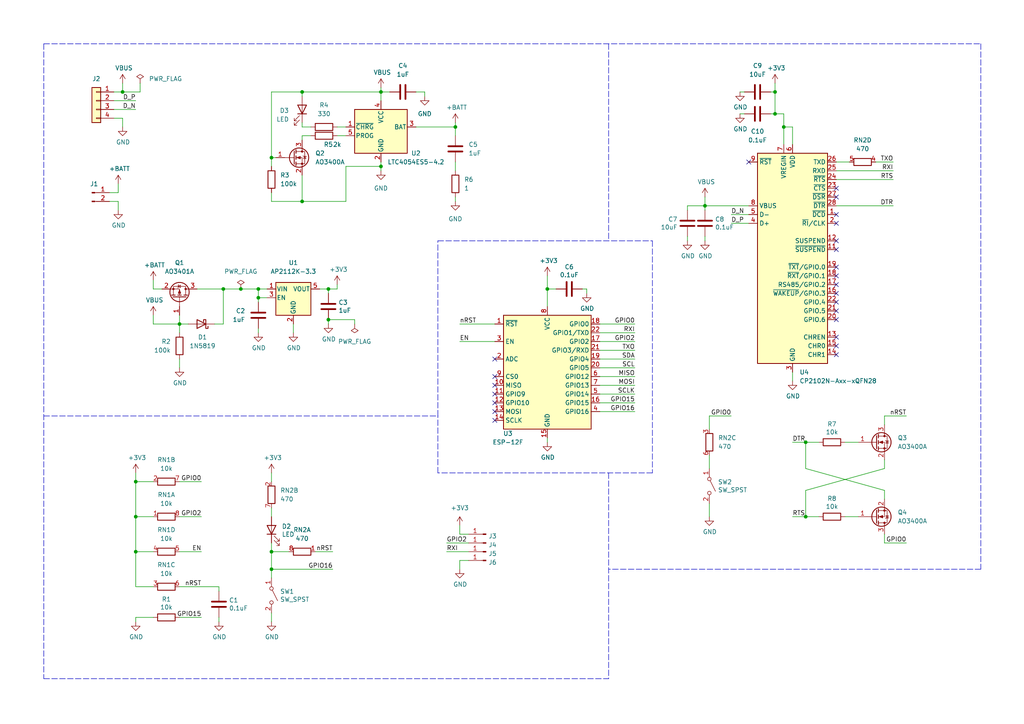
<source format=kicad_sch>
(kicad_sch (version 20211123) (generator eeschema)
  (paper "A4")
  (title_block (title "ESP8266 Controller for WLED") (date "2022-11-04") (rev "2.0.1") (company "Shadman Habib"))
  (lib_symbols
    (symbol "Battery_Management:LTC4054ES5-4.2" (pin_names (offset 0.254))
      (property "Reference" "U" (at -5.842 6.604 0))
      (property "Value" "LTC4054ES5-4.2" (at 1.524 6.604 0))
      (symbol "LTC4054ES5-4.2_0_1"
        (rectangle (start -7.62 5.08) (end 7.62 -7.62) (stroke (width 0.254)) (fill (type background)))
      )
      (symbol "LTC4054ES5-4.2_1_1"
        (pin open_collector line (at -10.16 0 0) (length 2.54) (name "~{CHRG}") (number "1"))
        (pin power_in line (at 0 -10.16 90) (length 2.54) (name "GND") (number "2"))
        (pin power_out line (at 10.16 0 180) (length 2.54) (name "BAT") (number "3"))
        (pin power_in line (at 0 7.62 270) (length 2.54) (name "VCC") (number "4"))
        (pin bidirectional line (at -10.16 -2.54 0) (length 2.54) (name "PROG") (number "5"))
      )
    )
    (symbol "Connector:Conn_01x01_Male" (pin_names (offset 1.016) hide)
      (property "Reference" "J" (at 0 2.54 0))
      (property "Value" "Conn_01x01_Male" (at 0 -2.54 0))
      (symbol "Conn_01x01_Male_1_1"
        (polyline (pts (xy 1.27 0) (xy 0.8636 0)) (stroke (width 0.1524)))
        (rectangle (start 0.8636 0.127) (end 0 -0.127) (stroke (width 0.1524)) (fill (type outline)))
        (pin passive line (at 5.08 0 180) (length 3.81) (name "Pin_1") (number "1"))
      )
    )
    (symbol "Connector:Conn_01x02_Male" (pin_names (offset 1.016) hide)
      (property "Reference" "J" (at 0 2.54 0))
      (property "Value" "Conn_01x02_Male" (at 0 -5.08 0))
      (symbol "Conn_01x02_Male_1_1"
        (polyline (pts (xy 1.27 -2.54) (xy 0.8636 -2.54)) (stroke (width 0.1524)))
        (polyline (pts (xy 1.27 0) (xy 0.8636 0)) (stroke (width 0.1524)))
        (rectangle (start 0.8636 -2.413) (end 0 -2.667) (stroke (width 0.1524)) (fill (type outline)))
        (rectangle (start 0.8636 0.127) (end 0 -0.127) (stroke (width 0.1524)) (fill (type outline)))
        (pin passive line (at 5.08 0 180) (length 3.81) (name "Pin_1") (number "1"))
        (pin passive line (at 5.08 -2.54 180) (length 3.81) (name "Pin_2") (number "2"))
      )
    )
    (symbol "Connector_Generic:Conn_01x04" (pin_names (offset 1.016) hide)
      (property "Reference" "J" (at 0 5.08 0))
      (property "Value" "Conn_01x04" (at 0 -7.62 0))
      (symbol "Conn_01x04_1_1"
        (rectangle (start -1.27 -4.953) (end 0 -5.207) (stroke (width 0.1524)))
        (rectangle (start -1.27 -2.413) (end 0 -2.667) (stroke (width 0.1524)))
        (rectangle (start -1.27 0.127) (end 0 -0.127) (stroke (width 0.1524)))
        (rectangle (start -1.27 2.667) (end 0 2.413) (stroke (width 0.1524)))
        (rectangle (start -1.27 3.81) (end 1.27 -6.35) (stroke (width 0.254)) (fill (type background)))
        (pin passive line (at -5.08 2.54 0) (length 3.81) (name "Pin_1") (number "1"))
        (pin passive line (at -5.08 0 0) (length 3.81) (name "Pin_2") (number "2"))
        (pin passive line (at -5.08 -2.54 0) (length 3.81) (name "Pin_3") (number "3"))
        (pin passive line (at -5.08 -5.08 0) (length 3.81) (name "Pin_4") (number "4"))
      )
    )
    (symbol "Device:C" (pin_numbers hide) (pin_names (offset 0.254))
      (property "Reference" "C" (at 0.635 2.54 0))
      (property "Value" "C" (at 0.635 -2.54 0))
      (symbol "C_0_1"
        (polyline (pts (xy -2.032 -0.762) (xy 2.032 -0.762)) (stroke (width 0.508)))
        (polyline (pts (xy -2.032 0.762) (xy 2.032 0.762)) (stroke (width 0.508)))
      )
      (symbol "C_1_1"
        (pin passive line (at 0 3.81 270) (length 2.794) (name "~") (number "1"))
        (pin passive line (at 0 -3.81 90) (length 2.794) (name "~") (number "2"))
      )
    )
    (symbol "Device:LED" (pin_numbers hide) (pin_names (offset 1.016) hide)
      (property "Reference" "D" (at 0 2.54 0))
      (property "Value" "LED" (at 0 -2.54 0))
      (symbol "LED_0_1"
        (polyline (pts (xy -1.27 -1.27) (xy -1.27 1.27)) (stroke (width 0.254)))
        (polyline (pts (xy -1.27 0) (xy 1.27 0)))
        (polyline (pts (xy 1.27 -1.27) (xy 1.27 1.27) (xy -1.27 0) (xy 1.27 -1.27)) (stroke (width 0.254)))
        (polyline (pts (xy -3.048 -0.762) (xy -4.572 -2.286) (xy -3.81 -2.286) (xy -4.572 -2.286) (xy -4.572 -1.524)))
        (polyline (pts (xy -1.778 -0.762) (xy -3.302 -2.286) (xy -2.54 -2.286) (xy -3.302 -2.286) (xy -3.302 -1.524)))
      )
      (symbol "LED_1_1"
        (pin passive line (at -3.81 0 0) (length 2.54) (name "K") (number "1"))
        (pin passive line (at 3.81 0 180) (length 2.54) (name "A") (number "2"))
      )
    )
    (symbol "Device:R" (pin_numbers hide) (pin_names (offset 0))
      (property "Reference" "R" (at 2.032 0 90))
      (property "Value" "R" (at 0 0 90))
      (symbol "R_0_1"
        (rectangle (start -1.016 -2.54) (end 1.016 2.54) (stroke (width 0.254)))
      )
      (symbol "R_1_1"
        (pin passive line (at 0 3.81 270) (length 1.27) (name "~") (number "1"))
        (pin passive line (at 0 -3.81 90) (length 1.27) (name "~") (number "2"))
      )
    )
    (symbol "Device:R_Pack04_Split" (pin_names (offset 0) hide)
      (property "Reference" "RN" (at 2.032 0 90))
      (property "Value" "R_Pack04_Split" (at 0 0 90))
      (symbol "R_Pack04_Split_0_1"
        (rectangle (start 1.016 2.54) (end -1.016 -2.54) (stroke (width 0.254)))
      )
      (symbol "R_Pack04_Split_1_1"
        (pin passive line (at 0 -3.81 90) (length 1.27) (name "R1.1") (number "1"))
        (pin passive line (at 0 3.81 270) (length 1.27) (name "R1.2") (number "8"))
      )
      (symbol "R_Pack04_Split_2_1"
        (pin passive line (at 0 -3.81 90) (length 1.27) (name "R2.1") (number "2"))
        (pin passive line (at 0 3.81 270) (length 1.27) (name "R2.2") (number "7"))
      )
      (symbol "R_Pack04_Split_3_1"
        (pin passive line (at 0 -3.81 90) (length 1.27) (name "R3.1") (number "3"))
        (pin passive line (at 0 3.81 270) (length 1.27) (name "R3.2") (number "6"))
      )
      (symbol "R_Pack04_Split_4_1"
        (pin passive line (at 0 -3.81 90) (length 1.27) (name "R4.1") (number "4"))
        (pin passive line (at 0 3.81 270) (length 1.27) (name "R4.2") (number "5"))
      )
    )
    (symbol "Diode:1N5819" (pin_numbers hide) (pin_names (offset 1.016) hide)
      (property "Reference" "D" (at 0 2.54 0))
      (property "Value" "1N5819" (at 0 -2.54 0))
      (symbol "1N5819_0_1"
        (polyline (pts (xy 1.27 0) (xy -1.27 0)))
        (polyline (pts (xy 1.27 1.27) (xy 1.27 -1.27) (xy -1.27 0) (xy 1.27 1.27)) (stroke (width 0.254)))
        (polyline (pts (xy -1.905 0.635) (xy -1.905 1.27) (xy -1.27 1.27) (xy -1.27 -1.27) (xy -0.635 -1.27) (xy -0.635 -0.635)) (stroke (width 0.254)))
      )
      (symbol "1N5819_1_1"
        (pin passive line (at -3.81 0 0) (length 2.54) (name "K") (number "1"))
        (pin passive line (at 3.81 0 180) (length 2.54) (name "A") (number "2"))
      )
    )
    (symbol "Interface_USB:CP2102N-Axx-xQFN28"
      (property "Reference" "U" (at -8.89 31.75 0))
      (property "Value" "CP2102N-Axx-xQFN28" (at 12.7 31.75 0))
      (symbol "CP2102N-Axx-xQFN28_0_1"
        (rectangle (start -10.16 30.48) (end 10.16 -30.48) (stroke (width 0.254)) (fill (type background)))
      )
      (symbol "CP2102N-Axx-xQFN28_1_1"
        (pin input line (at 12.7 12.7 180) (length 2.54) (name "~{DCD}") (number "1"))
        (pin no_connect line (at -10.16 -27.94 0) (length 2.54) hide (name "NC") (number "10"))
        (pin output line (at 12.7 2.54 180) (length 2.54) (name "~{SUSPEND}") (number "11"))
        (pin output line (at 12.7 5.08 180) (length 2.54) (name "SUSPEND") (number "12"))
        (pin output line (at 12.7 -22.86 180) (length 2.54) (name "CHREN") (number "13"))
        (pin output line (at 12.7 -27.94 180) (length 2.54) (name "CHR1") (number "14"))
        (pin output line (at 12.7 -25.4 180) (length 2.54) (name "CHR0") (number "15"))
        (pin bidirectional line (at 12.7 -10.16 180) (length 2.54) (name "~{WAKEUP}/GPIO.3") (number "16"))
        (pin bidirectional line (at 12.7 -7.62 180) (length 2.54) (name "RS485/GPIO.2") (number "17"))
        (pin bidirectional line (at 12.7 -5.08 180) (length 2.54) (name "~{RXT}/GPIO.1") (number "18"))
        (pin bidirectional line (at 12.7 -2.54 180) (length 2.54) (name "~{TXT}/GPIO.0") (number "19"))
        (pin bidirectional line (at 12.7 10.16 180) (length 2.54) (name "~{RI}/CLK") (number "2"))
        (pin bidirectional line (at 12.7 -17.78 180) (length 2.54) (name "GPIO.6") (number "20"))
        (pin bidirectional line (at 12.7 -15.24 180) (length 2.54) (name "GPIO.5") (number "21"))
        (pin bidirectional line (at 12.7 -12.7 180) (length 2.54) (name "GPIO.4") (number "22"))
        (pin input line (at 12.7 20.32 180) (length 2.54) (name "~{CTS}") (number "23"))
        (pin output line (at 12.7 22.86 180) (length 2.54) (name "~{RTS}") (number "24"))
        (pin input line (at 12.7 25.4 180) (length 2.54) (name "RXD") (number "25"))
        (pin output line (at 12.7 27.94 180) (length 2.54) (name "TXD") (number "26"))
        (pin input line (at 12.7 17.78 180) (length 2.54) (name "~{DSR}") (number "27"))
        (pin output line (at 12.7 15.24 180) (length 2.54) (name "~{DTR}") (number "28"))
        (pin passive line (at 0 -33.02 90) (length 2.54) hide (name "GND") (number "29"))
        (pin power_in line (at 0 -33.02 90) (length 2.54) (name "GND") (number "3"))
        (pin bidirectional line (at -12.7 10.16 0) (length 2.54) (name "D+") (number "4"))
        (pin bidirectional line (at -12.7 12.7 0) (length 2.54) (name "D-") (number "5"))
        (pin power_in line (at 0 33.02 270) (length 2.54) (name "VDD") (number "6"))
        (pin power_in line (at -2.54 33.02 270) (length 2.54) (name "VREGIN") (number "7"))
        (pin input line (at -12.7 15.24 0) (length 2.54) (name "VBUS") (number "8"))
        (pin input line (at -12.7 27.94 0) (length 2.54) (name "~{RST}") (number "9"))
      )
    )
    (symbol "RF_Module:ESP-12F"
      (property "Reference" "U" (at -12.7 19.05 0))
      (property "Value" "ESP-12F" (at 12.7 19.05 0))
      (symbol "ESP-12F_0_1"
        (rectangle (start -12.7 17.78) (end 12.7 -15.24) (stroke (width 0.254)) (fill (type background)))
      )
      (symbol "ESP-12F_1_1"
        (pin input line (at -15.24 15.24 0) (length 2.54) (name "~{RST}") (number "1"))
        (pin bidirectional line (at -15.24 -2.54 0) (length 2.54) (name "MISO") (number "10"))
        (pin bidirectional line (at -15.24 -5.08 0) (length 2.54) (name "GPIO9") (number "11"))
        (pin bidirectional line (at -15.24 -7.62 0) (length 2.54) (name "GPIO10") (number "12"))
        (pin bidirectional line (at -15.24 -10.16 0) (length 2.54) (name "MOSI") (number "13"))
        (pin bidirectional line (at -15.24 -12.7 0) (length 2.54) (name "SCLK") (number "14"))
        (pin power_in line (at 0 -17.78 90) (length 2.54) (name "GND") (number "15"))
        (pin bidirectional line (at 15.24 -7.62 180) (length 2.54) (name "GPIO15") (number "16"))
        (pin bidirectional line (at 15.24 10.16 180) (length 2.54) (name "GPIO2") (number "17"))
        (pin bidirectional line (at 15.24 15.24 180) (length 2.54) (name "GPIO0") (number "18"))
        (pin bidirectional line (at 15.24 5.08 180) (length 2.54) (name "GPIO4") (number "19"))
        (pin input line (at -15.24 5.08 0) (length 2.54) (name "ADC") (number "2"))
        (pin bidirectional line (at 15.24 2.54 180) (length 2.54) (name "GPIO5") (number "20"))
        (pin bidirectional line (at 15.24 7.62 180) (length 2.54) (name "GPIO3/RXD") (number "21"))
        (pin bidirectional line (at 15.24 12.7 180) (length 2.54) (name "GPIO1/TXD") (number "22"))
        (pin input line (at -15.24 10.16 0) (length 2.54) (name "EN") (number "3"))
        (pin bidirectional line (at 15.24 -10.16 180) (length 2.54) (name "GPIO16") (number "4"))
        (pin bidirectional line (at 15.24 -5.08 180) (length 2.54) (name "GPIO14") (number "5"))
        (pin bidirectional line (at 15.24 0 180) (length 2.54) (name "GPIO12") (number "6"))
        (pin bidirectional line (at 15.24 -2.54 180) (length 2.54) (name "GPIO13") (number "7"))
        (pin power_in line (at 0 20.32 270) (length 2.54) (name "VCC") (number "8"))
        (pin input line (at -15.24 0 0) (length 2.54) (name "CS0") (number "9"))
      )
    )
    (symbol "Regulator_Linear:AP2112K-3.3" (pin_names (offset 0.254))
      (property "Reference" "U" (at -5.08 5.715 0))
      (property "Value" "AP2112K-3.3" (at 0 5.715 0))
      (symbol "AP2112K-3.3_0_1"
        (rectangle (start -5.08 4.445) (end 5.08 -5.08) (stroke (width 0.254)) (fill (type background)))
      )
      (symbol "AP2112K-3.3_1_1"
        (pin power_in line (at -7.62 2.54 0) (length 2.54) (name "VIN") (number "1"))
        (pin power_in line (at 0 -7.62 90) (length 2.54) (name "GND") (number "2"))
        (pin input line (at -7.62 0 0) (length 2.54) (name "EN") (number "3"))
        (pin no_connect line (at 5.08 0 180) (length 2.54) hide (name "NC") (number "4"))
        (pin power_out line (at 7.62 2.54 180) (length 2.54) (name "VOUT") (number "5"))
      )
    )
    (symbol "Switch:SW_SPST" (pin_names (offset 0) hide)
      (property "Reference" "SW" (at 0 3.175 0))
      (property "Value" "SW_SPST" (at 0 -2.54 0))
      (symbol "SW_SPST_0_0"
        (circle (center -2.032 0) (radius 0.508))
        (polyline (pts (xy -1.524 0.254) (xy 1.524 1.778)))
        (circle (center 2.032 0) (radius 0.508))
      )
      (symbol "SW_SPST_1_1"
        (pin passive line (at -5.08 0 0) (length 2.54) (name "A") (number "1"))
        (pin passive line (at 5.08 0 180) (length 2.54) (name "B") (number "2"))
      )
    )
    (symbol "Transistor_FET:AO3400A" (pin_names hide)
      (property "Reference" "Q" (at 5.08 1.905 0))
      (property "Value" "AO3400A" (at 5.08 0 0))
      (symbol "AO3400A_0_1"
        (polyline (pts (xy 0.254 0) (xy -2.54 0)))
        (polyline (pts (xy 0.254 1.905) (xy 0.254 -1.905)) (stroke (width 0.254)))
        (polyline (pts (xy 0.762 -1.27) (xy 0.762 -2.286)) (stroke (width 0.254)))
        (polyline (pts (xy 0.762 0.508) (xy 0.762 -0.508)) (stroke (width 0.254)))
        (polyline (pts (xy 0.762 2.286) (xy 0.762 1.27)) (stroke (width 0.254)))
        (polyline (pts (xy 2.54 2.54) (xy 2.54 1.778)))
        (polyline (pts (xy 2.54 -2.54) (xy 2.54 0) (xy 0.762 0)))
        (polyline (pts (xy 0.762 -1.778) (xy 3.302 -1.778) (xy 3.302 1.778) (xy 0.762 1.778)))
        (polyline (pts (xy 1.016 0) (xy 2.032 0.381) (xy 2.032 -0.381) (xy 1.016 0)) (fill (type outline)))
        (polyline (pts (xy 2.794 0.508) (xy 2.921 0.381) (xy 3.683 0.381) (xy 3.81 0.254)))
        (polyline (pts (xy 3.302 0.381) (xy 2.921 -0.254) (xy 3.683 -0.254) (xy 3.302 0.381)))
        (circle (center 1.651 0) (radius 2.794) (stroke (width 0.254)))
        (circle (center 2.54 -1.778) (radius 0.254) (fill (type outline)))
        (circle (center 2.54 1.778) (radius 0.254) (fill (type outline)))
      )
      (symbol "AO3400A_1_1"
        (pin input line (at -5.08 0 0) (length 2.54) (name "G") (number "1"))
        (pin passive line (at 2.54 -5.08 90) (length 2.54) (name "S") (number "2"))
        (pin passive line (at 2.54 5.08 270) (length 2.54) (name "D") (number "3"))
      )
    )
    (symbol "Transistor_FET:AO3401A" (pin_names hide)
      (property "Reference" "Q" (at 5.08 1.905 0))
      (property "Value" "AO3401A" (at 5.08 0 0))
      (symbol "AO3401A_0_1"
        (polyline (pts (xy 0.254 0) (xy -2.54 0)))
        (polyline (pts (xy 0.254 1.905) (xy 0.254 -1.905)) (stroke (width 0.254)))
        (polyline (pts (xy 0.762 -1.27) (xy 0.762 -2.286)) (stroke (width 0.254)))
        (polyline (pts (xy 0.762 0.508) (xy 0.762 -0.508)) (stroke (width 0.254)))
        (polyline (pts (xy 0.762 2.286) (xy 0.762 1.27)) (stroke (width 0.254)))
        (polyline (pts (xy 2.54 2.54) (xy 2.54 1.778)))
        (polyline (pts (xy 2.54 -2.54) (xy 2.54 0) (xy 0.762 0)))
        (polyline (pts (xy 0.762 1.778) (xy 3.302 1.778) (xy 3.302 -1.778) (xy 0.762 -1.778)))
        (polyline (pts (xy 2.286 0) (xy 1.27 0.381) (xy 1.27 -0.381) (xy 2.286 0)) (fill (type outline)))
        (polyline (pts (xy 2.794 -0.508) (xy 2.921 -0.381) (xy 3.683 -0.381) (xy 3.81 -0.254)))
        (polyline (pts (xy 3.302 -0.381) (xy 2.921 0.254) (xy 3.683 0.254) (xy 3.302 -0.381)))
        (circle (center 1.651 0) (radius 2.794) (stroke (width 0.254)))
        (circle (center 2.54 -1.778) (radius 0.254) (fill (type outline)))
        (circle (center 2.54 1.778) (radius 0.254) (fill (type outline)))
      )
      (symbol "AO3401A_1_1"
        (pin input line (at -5.08 0 0) (length 2.54) (name "G") (number "1"))
        (pin passive line (at 2.54 -5.08 90) (length 2.54) (name "S") (number "2"))
        (pin passive line (at 2.54 5.08 270) (length 2.54) (name "D") (number "3"))
      )
    )
    (symbol "power:+3.3V" (power) (pin_names (offset 0))
      (property "Value" "+3.3V" (at 0 3.556 0))
      (symbol "+3.3V_0_1"
        (polyline (pts (xy -0.762 1.27) (xy 0 2.54)))
        (polyline (pts (xy 0 0) (xy 0 2.54)))
        (polyline (pts (xy 0 2.54) (xy 0.762 1.27)))
      )
      (symbol "+3.3V_1_1"
        (pin power_in line (at 0 0 90) (length 0) hide (name "+3V3") (number "1"))
      )
    )
    (symbol "power:+BATT" (power) (pin_names (offset 0))
      (property "Value" "+BATT" (at 0 3.556 0))
      (symbol "+BATT_0_1"
        (polyline (pts (xy -0.762 1.27) (xy 0 2.54)))
        (polyline (pts (xy 0 0) (xy 0 2.54)))
        (polyline (pts (xy 0 2.54) (xy 0.762 1.27)))
      )
      (symbol "+BATT_1_1"
        (pin power_in line (at 0 0 90) (length 0) hide (name "+BATT") (number "1"))
      )
    )
    (symbol "power:GND" (power) (pin_names (offset 0))
      (property "Value" "GND" (at 0 -3.81 0))
      (symbol "GND_0_1"
        (polyline (pts (xy 0 0) (xy 0 -1.27) (xy 1.27 -1.27) (xy 0 -2.54) (xy -1.27 -1.27) (xy 0 -1.27)))
      )
      (symbol "GND_1_1"
        (pin power_in line (at 0 0 270) (length 0) hide (name "GND") (number "1"))
      )
    )
    (symbol "power:PWR_FLAG" (power) (pin_numbers hide) (pin_names (offset 0) hide)
      (property "Value" "PWR_FLAG" (at 0 3.81 0))
      (symbol "PWR_FLAG_0_0"
        (pin power_out line (at 0 0 90) (length 0) (name "pwr") (number "1"))
      )
      (symbol "PWR_FLAG_0_1"
        (polyline (pts (xy 0 0) (xy 0 1.27) (xy -1.016 1.905) (xy 0 2.54) (xy 1.016 1.905) (xy 0 1.27)))
      )
    )
    (symbol "power:VBUS" (power) (pin_names (offset 0))
      (property "Value" "VBUS" (at 0 3.81 0))
      (symbol "VBUS_0_1"
        (polyline (pts (xy -0.762 1.27) (xy 0 2.54)))
        (polyline (pts (xy 0 0) (xy 0 2.54)))
        (polyline (pts (xy 0 2.54) (xy 0.762 1.27)))
      )
      (symbol "VBUS_1_1"
        (pin power_in line (at 0 0 90) (length 0) hide (name "VBUS") (number "1"))
      )
    )
  )
  (junction (at 64.77 83.82))
  (junction (at 69.85 83.82))
  (junction (at 227.33 36.83))
  (junction (at 158.75 83.82))
  (junction (at 110.49 26.67))
  (junction (at 52.07 93.98))
  (junction (at 95.25 83.82))
  (junction (at 233.68 149.86))
  (junction (at 95.25 92.71))
  (junction (at 39.37 149.86))
  (junction (at 78.74 45.72))
  (junction (at 39.37 160.02))
  (junction (at 39.37 139.7))
  (junction (at 233.68 128.27))
  (junction (at 78.74 160.02))
  (junction (at 224.79 33.02))
  (junction (at 74.93 83.82))
  (junction (at 224.79 26.67))
  (junction (at 74.93 86.36))
  (junction (at 35.56 26.67))
  (junction (at 87.63 26.67))
  (junction (at 110.49 48.26))
  (junction (at 132.08 36.83))
  (junction (at 87.63 58.42))
  (junction (at 78.74 165.1))
  (junction (at 204.47 59.69))
  (no_connect (at 242.57 72.39))
  (no_connect (at 242.57 77.47))
  (no_connect (at 143.51 119.38))
  (no_connect (at 242.57 97.79))
  (no_connect (at 143.51 121.92))
  (no_connect (at 143.51 114.3))
  (no_connect (at 242.57 82.55))
  (no_connect (at 242.57 62.23))
  (no_connect (at 242.57 100.33))
  (no_connect (at 242.57 64.77))
  (no_connect (at 242.57 102.87))
  (no_connect (at 217.17 46.99))
  (no_connect (at 242.57 92.71))
  (no_connect (at 242.57 85.09))
  (no_connect (at 242.57 80.01))
  (no_connect (at 143.51 104.14))
  (no_connect (at 242.57 69.85))
  (no_connect (at 143.51 111.76))
  (no_connect (at 242.57 87.63))
  (no_connect (at 143.51 109.22))
  (no_connect (at 242.57 90.17))
  (no_connect (at 242.57 54.61))
  (no_connect (at 242.57 57.15))
  (no_connect (at 143.51 116.84))
  (wire (pts (xy 143.51 93.98) (xy 133.35 93.98)))
  (polyline (pts (xy 127 69.85) (xy 189.23 69.85)))
  (wire (pts (xy 110.49 46.99) (xy 110.49 48.26)))
  (wire (pts (xy 52.07 179.07) (xy 58.42 179.07)))
  (wire (pts (xy 158.75 83.82) (xy 158.75 88.9)))
  (wire (pts (xy 78.74 160.02) (xy 78.74 157.48)))
  (wire (pts (xy 129.54 160.02) (xy 135.89 160.02)))
  (wire (pts (xy 199.39 59.69) (xy 204.47 59.69)))
  (wire (pts (xy 78.74 139.7) (xy 78.74 137.16)))
  (wire (pts (xy 224.79 24.13) (xy 224.79 26.67)))
  (wire (pts (xy 52.07 104.14) (xy 52.07 106.68)))
  (polyline (pts (xy 12.7 196.85) (xy 176.53 196.85)))
  (wire (pts (xy 34.29 60.96) (xy 34.29 58.42)))
  (wire (pts (xy 233.68 149.86) (xy 229.87 149.86)))
  (wire (pts (xy 227.33 36.83) (xy 229.87 36.83)))
  (wire (pts (xy 173.99 116.84) (xy 184.15 116.84)))
  (wire (pts (xy 223.52 33.02) (xy 224.79 33.02)))
  (wire (pts (xy 78.74 180.34) (xy 78.74 177.8)))
  (wire (pts (xy 64.77 83.82) (xy 64.77 93.98)))
  (wire (pts (xy 40.64 26.67) (xy 35.56 26.67)))
  (wire (pts (xy 133.35 152.4) (xy 133.35 154.94)))
  (wire (pts (xy 52.07 170.18) (xy 63.5 170.18)))
  (wire (pts (xy 35.56 34.29) (xy 33.02 34.29)))
  (wire (pts (xy 227.33 33.02) (xy 227.33 36.83)))
  (wire (pts (xy 33.02 31.75) (xy 39.37 31.75)))
  (wire (pts (xy 74.93 83.82) (xy 77.47 83.82)))
  (wire (pts (xy 35.56 24.13) (xy 35.56 26.67)))
  (wire (pts (xy 215.9 33.02) (xy 214.63 33.02)))
  (wire (pts (xy 52.07 93.98) (xy 52.07 91.44)))
  (wire (pts (xy 85.09 93.98) (xy 85.09 96.52)))
  (wire (pts (xy 102.87 92.71) (xy 95.25 92.71)))
  (wire (pts (xy 110.49 48.26) (xy 110.49 49.53)))
  (wire (pts (xy 52.07 93.98) (xy 52.07 96.52)))
  (wire (pts (xy 173.99 119.38) (xy 184.15 119.38)))
  (polyline (pts (xy 12.7 12.7) (xy 12.7 196.85)))
  (wire (pts (xy 170.18 83.82) (xy 168.91 83.82)))
  (wire (pts (xy 87.63 26.67) (xy 110.49 26.67)))
  (wire (pts (xy 44.45 149.86) (xy 39.37 149.86)))
  (wire (pts (xy 135.89 157.48) (xy 129.54 157.48)))
  (wire (pts (xy 205.74 120.65) (xy 212.09 120.65)))
  (wire (pts (xy 39.37 149.86) (xy 39.37 160.02)))
  (wire (pts (xy 78.74 45.72) (xy 78.74 26.67)))
  (wire (pts (xy 204.47 68.58) (xy 204.47 69.85)))
  (wire (pts (xy 242.57 52.07) (xy 259.08 52.07)))
  (wire (pts (xy 205.74 149.86) (xy 205.74 146.05)))
  (wire (pts (xy 256.54 142.24) (xy 233.68 135.89)))
  (wire (pts (xy 78.74 165.1) (xy 96.52 165.1)))
  (wire (pts (xy 233.68 142.24) (xy 233.68 149.86)))
  (wire (pts (xy 233.68 128.27) (xy 229.87 128.27)))
  (wire (pts (xy 57.15 83.82) (xy 64.77 83.82)))
  (wire (pts (xy 173.99 93.98) (xy 184.15 93.98)))
  (wire (pts (xy 78.74 167.64) (xy 78.74 165.1)))
  (wire (pts (xy 91.44 160.02) (xy 96.52 160.02)))
  (wire (pts (xy 87.63 39.37) (xy 90.17 39.37)))
  (wire (pts (xy 170.18 85.09) (xy 170.18 83.82)))
  (polyline (pts (xy 127 120.65) (xy 127 69.85)))
  (wire (pts (xy 92.71 83.82) (xy 95.25 83.82)))
  (wire (pts (xy 110.49 25.4) (xy 110.49 26.67)))
  (wire (pts (xy 254 46.99) (xy 259.08 46.99)))
  (wire (pts (xy 74.93 86.36) (xy 77.47 86.36)))
  (wire (pts (xy 78.74 55.88) (xy 78.74 58.42)))
  (wire (pts (xy 69.85 83.82) (xy 74.93 83.82)))
  (wire (pts (xy 215.9 26.67) (xy 214.63 26.67)))
  (wire (pts (xy 33.02 29.21) (xy 39.37 29.21)))
  (wire (pts (xy 132.08 39.37) (xy 132.08 36.83)))
  (wire (pts (xy 78.74 45.72) (xy 78.74 48.26)))
  (polyline (pts (xy 176.53 137.16) (xy 176.53 196.85)))
  (wire (pts (xy 242.57 59.69) (xy 259.08 59.69)))
  (wire (pts (xy 52.07 149.86) (xy 58.42 149.86)))
  (wire (pts (xy 39.37 160.02) (xy 39.37 170.18)))
  (wire (pts (xy 97.79 39.37) (xy 100.33 39.37)))
  (wire (pts (xy 102.87 93.98) (xy 102.87 92.71)))
  (wire (pts (xy 39.37 139.7) (xy 39.37 149.86)))
  (wire (pts (xy 133.35 165.1) (xy 133.35 162.56)))
  (wire (pts (xy 97.79 36.83) (xy 100.33 36.83)))
  (polyline (pts (xy 189.23 137.16) (xy 127 137.16)))
  (wire (pts (xy 87.63 27.94) (xy 87.63 26.67)))
  (wire (pts (xy 80.01 45.72) (xy 78.74 45.72)))
  (wire (pts (xy 256.54 120.65) (xy 262.89 120.65)))
  (wire (pts (xy 87.63 36.83) (xy 90.17 36.83)))
  (polyline (pts (xy 12.7 12.7) (xy 284.48 12.7)))
  (wire (pts (xy 97.79 82.55) (xy 97.79 83.82)))
  (polyline (pts (xy 176.53 12.7) (xy 176.53 69.85)))
  (wire (pts (xy 74.93 86.36) (xy 74.93 83.82)))
  (wire (pts (xy 229.87 110.49) (xy 229.87 107.95)))
  (wire (pts (xy 78.74 58.42) (xy 87.63 58.42)))
  (wire (pts (xy 133.35 154.94) (xy 135.89 154.94)))
  (wire (pts (xy 173.99 101.6) (xy 184.15 101.6)))
  (wire (pts (xy 120.65 36.83) (xy 132.08 36.83)))
  (wire (pts (xy 233.68 128.27) (xy 237.49 128.27)))
  (wire (pts (xy 245.11 149.86) (xy 248.92 149.86)))
  (wire (pts (xy 78.74 149.86) (xy 78.74 147.32)))
  (wire (pts (xy 199.39 59.69) (xy 199.39 60.96)))
  (wire (pts (xy 54.61 93.98) (xy 52.07 93.98)))
  (wire (pts (xy 34.29 58.42) (xy 31.75 58.42)))
  (wire (pts (xy 33.02 26.67) (xy 35.56 26.67)))
  (polyline (pts (xy 284.48 165.1) (xy 176.53 165.1)))
  (wire (pts (xy 246.38 46.99) (xy 242.57 46.99)))
  (wire (pts (xy 217.17 59.69) (xy 204.47 59.69)))
  (wire (pts (xy 132.08 57.15) (xy 132.08 58.42)))
  (wire (pts (xy 52.07 139.7) (xy 58.42 139.7)))
  (wire (pts (xy 132.08 46.99) (xy 132.08 49.53)))
  (wire (pts (xy 44.45 81.28) (xy 44.45 83.82)))
  (wire (pts (xy 256.54 133.35) (xy 256.54 135.89)))
  (wire (pts (xy 95.25 85.09) (xy 95.25 83.82)))
  (wire (pts (xy 44.45 93.98) (xy 52.07 93.98)))
  (wire (pts (xy 245.11 128.27) (xy 248.92 128.27)))
  (wire (pts (xy 62.23 93.98) (xy 64.77 93.98)))
  (wire (pts (xy 44.45 91.44) (xy 44.45 93.98)))
  (wire (pts (xy 256.54 123.19) (xy 256.54 120.65)))
  (wire (pts (xy 123.19 26.67) (xy 120.65 26.67)))
  (wire (pts (xy 256.54 135.89) (xy 233.68 142.24)))
  (wire (pts (xy 133.35 99.06) (xy 143.51 99.06)))
  (wire (pts (xy 87.63 58.42) (xy 100.33 58.42)))
  (polyline (pts (xy 284.48 12.7) (xy 284.48 165.1)))
  (wire (pts (xy 133.35 162.56) (xy 135.89 162.56)))
  (wire (pts (xy 224.79 26.67) (xy 223.52 26.67)))
  (wire (pts (xy 204.47 59.69) (xy 204.47 57.15)))
  (wire (pts (xy 161.29 83.82) (xy 158.75 83.82)))
  (wire (pts (xy 204.47 59.69) (xy 204.47 60.96)))
  (wire (pts (xy 74.93 87.63) (xy 74.93 86.36)))
  (wire (pts (xy 87.63 50.8) (xy 87.63 58.42)))
  (wire (pts (xy 233.68 135.89) (xy 233.68 128.27)))
  (polyline (pts (xy 189.23 69.85) (xy 189.23 137.16)))
  (wire (pts (xy 224.79 33.02) (xy 227.33 33.02)))
  (wire (pts (xy 227.33 36.83) (xy 227.33 41.91)))
  (wire (pts (xy 110.49 26.67) (xy 110.49 29.21)))
  (wire (pts (xy 217.17 62.23) (xy 212.09 62.23)))
  (wire (pts (xy 173.99 104.14) (xy 184.15 104.14)))
  (wire (pts (xy 39.37 170.18) (xy 44.45 170.18)))
  (wire (pts (xy 100.33 48.26) (xy 110.49 48.26)))
  (wire (pts (xy 39.37 179.07) (xy 39.37 180.34)))
  (wire (pts (xy 64.77 83.82) (xy 69.85 83.82)))
  (wire (pts (xy 224.79 26.67) (xy 224.79 33.02)))
  (wire (pts (xy 40.64 24.13) (xy 40.64 26.67)))
  (wire (pts (xy 44.45 139.7) (xy 39.37 139.7)))
  (wire (pts (xy 184.15 114.3) (xy 173.99 114.3)))
  (wire (pts (xy 87.63 40.64) (xy 87.63 39.37)))
  (wire (pts (xy 184.15 109.22) (xy 173.99 109.22)))
  (wire (pts (xy 100.33 48.26) (xy 100.33 58.42)))
  (wire (pts (xy 158.75 80.01) (xy 158.75 83.82)))
  (wire (pts (xy 256.54 157.48) (xy 262.89 157.48)))
  (wire (pts (xy 78.74 26.67) (xy 87.63 26.67)))
  (wire (pts (xy 199.39 68.58) (xy 199.39 69.85)))
  (wire (pts (xy 123.19 27.94) (xy 123.19 26.67)))
  (wire (pts (xy 173.99 106.68) (xy 184.15 106.68)))
  (polyline (pts (xy 12.7 120.65) (xy 127 120.65)))
  (wire (pts (xy 158.75 128.27) (xy 158.75 127)))
  (wire (pts (xy 97.79 83.82) (xy 95.25 83.82)))
  (wire (pts (xy 229.87 36.83) (xy 229.87 41.91)))
  (wire (pts (xy 63.5 180.34) (xy 63.5 179.07)))
  (wire (pts (xy 95.25 92.71) (xy 95.25 93.98)))
  (wire (pts (xy 46.99 83.82) (xy 44.45 83.82)))
  (wire (pts (xy 256.54 154.94) (xy 256.54 157.48)))
  (wire (pts (xy 87.63 35.56) (xy 87.63 36.83)))
  (wire (pts (xy 205.74 124.46) (xy 205.74 120.65)))
  (wire (pts (xy 173.99 96.52) (xy 184.15 96.52)))
  (wire (pts (xy 44.45 160.02) (xy 39.37 160.02)))
  (wire (pts (xy 173.99 99.06) (xy 184.15 99.06)))
  (wire (pts (xy 35.56 36.83) (xy 35.56 34.29)))
  (wire (pts (xy 256.54 144.78) (xy 256.54 142.24)))
  (wire (pts (xy 217.17 64.77) (xy 212.09 64.77)))
  (wire (pts (xy 52.07 160.02) (xy 58.42 160.02)))
  (wire (pts (xy 173.99 111.76) (xy 184.15 111.76)))
  (wire (pts (xy 39.37 137.16) (xy 39.37 139.7)))
  (wire (pts (xy 74.93 95.25) (xy 74.93 96.52)))
  (polyline (pts (xy 127 137.16) (xy 127 120.65)))
  (wire (pts (xy 31.75 55.88) (xy 34.29 55.88)))
  (wire (pts (xy 44.45 179.07) (xy 39.37 179.07)))
  (wire (pts (xy 83.82 160.02) (xy 78.74 160.02)))
  (wire (pts (xy 205.74 135.89) (xy 205.74 132.08)))
  (wire (pts (xy 237.49 149.86) (xy 233.68 149.86)))
  (wire (pts (xy 34.29 55.88) (xy 34.29 53.34)))
  (wire (pts (xy 132.08 36.83) (xy 132.08 35.56)))
  (wire (pts (xy 110.49 26.67) (xy 113.03 26.67)))
  (wire (pts (xy 259.08 49.53) (xy 242.57 49.53)))
  (wire (pts (xy 63.5 170.18) (xy 63.5 171.45)))
  (wire (pts (xy 78.74 165.1) (xy 78.74 160.02)))
  (label "GPIO2" (at 184.15 99.06 180))
  (label "GPIO16" (at 96.52 165.1 180))
  (label "DTR" (at 229.87 128.27 0))
  (label "nRST" (at 58.42 170.18 180))
  (label "RTS" (at 259.08 52.07 180))
  (label "GPIO16" (at 184.15 119.38 180))
  (label "GPIO2" (at 129.54 157.48 0))
  (label "EN" (at 58.42 160.02 180))
  (label "D_N" (at 39.37 31.75 180))
  (label "D_P" (at 39.37 29.21 180))
  (label "nRST" (at 133.35 93.98 0))
  (label "TXO" (at 259.08 46.99 180))
  (label "TXO" (at 184.15 101.6 180))
  (label "GPIO0" (at 184.15 93.98 180))
  (label "GPIO0" (at 212.09 120.65 180))
  (label "EN" (at 133.35 99.06 0))
  (label "GPIO0" (at 262.89 157.48 180))
  (label "GPIO2" (at 58.42 149.86 180))
  (label "GPIO15" (at 58.42 179.07 180))
  (label "MISO" (at 184.15 109.22 180))
  (label "RXI" (at 129.54 160.02 0))
  (label "GPIO0" (at 58.42 139.7 180))
  (label "MOSI" (at 184.15 111.76 180))
  (label "RTS" (at 229.87 149.86 0))
  (label "RXI" (at 184.15 96.52 180))
  (label "DTR" (at 259.08 59.69 180))
  (label "nRST" (at 96.52 160.02 180))
  (label "D_P" (at 212.09 64.77 0))
  (label "nRST" (at 262.89 120.65 180))
  (label "SCLK" (at 184.15 114.3 180))
  (label "SDA" (at 184.15 104.14 180))
  (label "SCL" (at 184.15 106.68 180))
  (label "D_N" (at 212.09 62.23 0))
  (label "GPIO15" (at 184.15 116.84 180))
  (label "RXI" (at 259.08 49.53 180))
  (symbol (lib_id "RF_Module:ESP-12F") (at 158.75 109.22 0) (unit 1)
    (property "Reference" "U3" (at 147.32 125.73 0))
    (property "Value" "ESP-12F" (at 147.32 128.27 0))
    (property "Footprint" "RF_Module:ESP-12E" (effects hide))
    (property "Datasheet" "http://wiki.ai-thinker.com/_media/esp8266/esp8266_series_modules_user_manual_v1.1.pdf" (effects hide))
  )
  (symbol (lib_id "power:GND") (at 158.75 128.27 0) (unit 1)
    (property "Reference" "#PWR025" (effects hide))
    (property "Value" "GND" (at 158.877 132.6642 0))
  )
  (symbol (lib_id "power:+3.3V") (at 158.75 80.01 0) (unit 1)
    (property "Reference" "#PWR024" (effects hide))
    (property "Value" "+3.3V" (at 159.131 75.6158 0))
  )
  (symbol (lib_id "power:GND") (at 170.18 85.09 0) (unit 1)
    (property "Reference" "#PWR026" (effects hide))
    (property "Value" "GND" (at 170.307 89.4842 0))
  )
  (symbol (lib_id "Device:C") (at 165.1 83.82 270) (unit 1)
    (property "Reference" "C6" (at 165.1 77.4192 90))
    (property "Value" "0.1uF" (at 165.1 79.7306 90))
    (property "Footprint" "Capacitor_SMD:C_0603_1608Metric" (effects hide))
  )
  (symbol (lib_id "Device:R") (at 48.26 179.07 270) (unit 1)
    (property "Reference" "R1" (at 48.26 173.8122 90))
    (property "Value" "10k" (at 48.26 176.1236 90))
    (property "Footprint" "Resistor_SMD:R_0603_1608Metric" (effects hide))
  )
  (symbol (lib_id "power:+3.3V") (at 39.37 137.16 0) (unit 1)
    (property "Reference" "#PWR05" (effects hide))
    (property "Value" "+3.3V" (at 39.751 132.7658 0))
  )
  (symbol (lib_id "power:GND") (at 39.37 180.34 0) (unit 1)
    (property "Reference" "#PWR06" (effects hide))
    (property "Value" "GND" (at 39.497 184.7342 0))
  )
  (symbol (lib_id "Device:C") (at 63.5 175.26 0) (unit 1)
    (property "Reference" "C1" (at 66.421 174.0916 0) (effects (justify left)))
    (property "Value" "0.1uF" (at 66.421 176.403 0) (effects (justify left)))
    (property "Footprint" "Capacitor_SMD:C_0603_1608Metric" (effects hide))
  )
  (symbol (lib_id "power:GND") (at 63.5 180.34 0) (unit 1)
    (property "Reference" "#PWR010" (effects hide))
    (property "Value" "GND" (at 63.627 184.7342 0))
  )
  (symbol (lib_id "power:VBUS") (at 35.56 24.13 0) (unit 1)
    (property "Reference" "#PWR03" (effects hide))
    (property "Value" "VBUS" (at 35.941 19.7358 0))
  )
  (symbol (lib_id "Device:R") (at 241.3 128.27 270) (unit 1)
    (property "Reference" "R7" (at 241.3 123.0122 90))
    (property "Value" "10k" (at 241.3 125.3236 90))
    (property "Footprint" "Resistor_SMD:R_0603_1608Metric" (effects hide))
  )
  (symbol (lib_id "Device:R") (at 241.3 149.86 270) (unit 1)
    (property "Reference" "R8" (at 241.3 144.6022 90))
    (property "Value" "10k" (at 241.3 146.9136 90))
    (property "Footprint" "Resistor_SMD:R_0603_1608Metric" (effects hide))
  )
  (symbol (lib_id "power:GND") (at 205.74 149.86 0) (unit 1)
    (property "Reference" "#PWR030" (effects hide))
    (property "Value" "GND" (at 205.867 154.2542 0))
  )
  (symbol (lib_id "Device:LED") (at 78.74 153.67 90) (unit 1)
    (property "Reference" "D2" (at 81.7372 152.6794 90) (effects (justify right)))
    (property "Value" "LED" (at 81.7372 154.9908 90) (effects (justify right)))
    (property "Footprint" "LED_SMD:LED_0603_1608Metric" (effects hide))
  )
  (symbol (lib_id "power:+3.3V") (at 78.74 137.16 0) (unit 1)
    (property "Reference" "#PWR012" (effects hide))
    (property "Value" "+3.3V" (at 79.121 132.7658 0))
  )
  (symbol (lib_id "power:GND") (at 78.74 180.34 0) (unit 1)
    (property "Reference" "#PWR013" (effects hide))
    (property "Value" "GND" (at 78.867 184.7342 0))
  )
  (symbol (lib_id "power:+BATT") (at 34.29 53.34 0) (unit 1)
    (property "Reference" "#PWR01" (effects hide))
    (property "Value" "+BATT" (at 34.671 48.9458 0))
  )
  (symbol (lib_id "power:GND") (at 34.29 60.96 0) (unit 1)
    (property "Reference" "#PWR02" (effects hide))
    (property "Value" "GND" (at 34.417 65.3542 0))
  )
  (symbol (lib_id "Switch:SW_SPST") (at 78.74 172.72 270) (unit 1)
    (property "Reference" "SW1" (at 81.2292 171.5516 90) (effects (justify left)))
    (property "Value" "SW_SPST" (at 81.2292 173.863 90) (effects (justify left)))
    (property "Footprint" "Button_Switch_SMD:SW_SPST_TL3342" (effects hide))
  )
  (symbol (lib_id "Switch:SW_SPST") (at 205.74 140.97 270) (unit 1)
    (property "Reference" "SW2" (at 208.2292 139.8016 90) (effects (justify left)))
    (property "Value" "SW_SPST" (at 208.2292 142.113 90) (effects (justify left)))
    (property "Footprint" "Button_Switch_SMD:SW_SPST_TL3342" (effects hide))
  )
  (symbol (lib_id "Connector:Conn_01x01_Male") (at 140.97 157.48 0) (mirror y) (unit 1)
    (property "Reference" "J4" (at 141.6812 158.0388 0) (effects (justify right)))
    (property "Value" "Conn_01x01_Male" (effects hide))
    (property "Footprint" "Connector_Wire:SolderWirePad_1x01_SMD_1x2mm" (effects hide))
  )
  (symbol (lib_id "Connector:Conn_01x01_Male") (at 140.97 160.02 0) (mirror y) (unit 1)
    (property "Reference" "J5" (at 141.6812 160.5788 0) (effects (justify right)))
    (property "Value" "Conn_01x01_Male" (effects hide))
    (property "Footprint" "Connector_Wire:SolderWirePad_1x01_SMD_1x2mm" (effects hide))
  )
  (symbol (lib_id "power:GND") (at 123.19 27.94 0) (unit 1)
    (property "Reference" "#PWR019" (effects hide))
    (property "Value" "GND" (at 123.19 33.02 0))
  )
  (symbol (lib_id "power:+3.3V") (at 224.79 24.13 0) (unit 1)
    (property "Reference" "#PWR033" (effects hide))
    (property "Value" "+3.3V" (at 225.171 19.7358 0))
  )
  (symbol (lib_id "Device:R_Pack04_Split") (at 48.26 170.18 270) (unit 3)
    (property "Reference" "RN1" (at 48.26 163.83 90))
    (property "Value" "10k" (at 48.26 166.37 90))
    (property "Footprint" "Resistor_SMD:R_Array_Convex_4x0603" (effects hide))
  )
  (symbol (lib_id "power:GND") (at 214.63 26.67 0) (unit 1)
    (property "Reference" "#PWR031" (effects hide))
    (property "Value" "GND" (at 214.757 31.0642 0))
  )
  (symbol (lib_id "Diode:1N5819") (at 58.42 93.98 180) (unit 1)
    (property "Reference" "D1" (at 58.7375 97.79 0))
    (property "Value" "1N5819" (at 58.7375 100.33 0))
    (property "Footprint" "Diode_SMD:D_SOD-323" (effects hide))
    (property "Datasheet" "http://www.vishay.com/docs/88525/1n5817.pdf" (effects hide))
  )
  (symbol (lib_id "power:GND") (at 214.63 33.02 0) (unit 1)
    (property "Reference" "#PWR032" (effects hide))
    (property "Value" "GND" (at 214.757 37.4142 0))
  )
  (symbol (lib_id "power:GND") (at 199.39 69.85 0) (unit 1)
    (property "Reference" "#PWR027" (effects hide))
    (property "Value" "GND" (at 199.517 74.2442 0))
  )
  (symbol (lib_id "Transistor_FET:AO3400A") (at 85.09 45.72 0) (unit 1)
    (property "Reference" "Q2" (at 91.44 44.4499 0) (effects (justify left)))
    (property "Value" "AO3400A" (at 91.44 46.9899 0) (effects (justify left)))
    (property "Footprint" "Package_TO_SOT_SMD:SOT-23" (effects hide))
    (property "Datasheet" "http://www.aosmd.com/pdfs/datasheet/AO3400A.pdf" (effects hide))
  )
  (symbol (lib_id "Device:R") (at 93.98 39.37 270) (unit 1)
    (property "Reference" "R5" (at 95.25 41.91 90))
    (property "Value" "2k" (at 97.79 41.91 90))
    (property "Footprint" "Resistor_SMD:R_0603_1608Metric" (effects hide))
  )
  (symbol (lib_id "Device:C") (at 219.71 26.67 270) (unit 1)
    (property "Reference" "C9" (at 219.71 19.05 90))
    (property "Value" "10uF" (at 219.71 21.59 90))
    (property "Footprint" "Capacitor_SMD:C_0603_1608Metric" (effects hide))
  )
  (symbol (lib_id "Device:C") (at 219.71 33.02 270) (unit 1)
    (property "Reference" "C10" (at 219.71 38.1 90))
    (property "Value" "0.1uF" (at 219.71 40.64 90))
    (property "Footprint" "Capacitor_SMD:C_0603_1608Metric" (effects hide))
  )
  (symbol (lib_id "power:GND") (at 229.87 110.49 0) (unit 1)
    (property "Reference" "#PWR034" (effects hide))
    (property "Value" "GND" (at 229.997 114.8842 0))
  )
  (symbol (lib_id "power:GND") (at 85.09 96.52 0) (unit 1)
    (property "Reference" "#PWR014" (effects hide))
    (property "Value" "GND" (at 85.217 100.9142 0))
  )
  (symbol (lib_id "power:+BATT") (at 132.08 35.56 0) (unit 1)
    (property "Reference" "#PWR020" (effects hide))
    (property "Value" "+BATT" (at 132.461 31.1658 0))
  )
  (symbol (lib_id "power:GND") (at 52.07 106.68 0) (unit 1)
    (property "Reference" "#PWR09" (effects hide))
    (property "Value" "GND" (at 52.197 111.0742 0))
  )
  (symbol (lib_id "power:VBUS") (at 110.49 25.4 0) (unit 1)
    (property "Reference" "#PWR017" (effects hide))
    (property "Value" "VBUS" (at 110.871 21.0058 0))
  )
  (symbol (lib_id "Device:R_Pack04_Split") (at 250.19 46.99 90) (unit 4)
    (property "Reference" "RN2" (at 250.19 40.64 90))
    (property "Value" "470" (at 250.19 43.18 90))
    (property "Footprint" "Resistor_SMD:R_Array_Convex_4x0603" (effects hide))
  )
  (symbol (lib_id "Device:R") (at 93.98 36.83 90) (unit 1)
    (property "Reference" "R4" (at 93.98 30.48 90))
    (property "Value" "330" (at 93.98 33.02 90))
    (property "Footprint" "Resistor_SMD:R_0603_1608Metric" (effects hide))
  )
  (symbol (lib_id "Device:R_Pack04_Split") (at 87.63 160.02 90) (unit 1)
    (property "Reference" "RN2" (at 87.63 153.67 90))
    (property "Value" "470" (at 87.63 156.21 90))
    (property "Footprint" "Resistor_SMD:R_Array_Convex_4x0603" (effects hide))
  )
  (symbol (lib_id "Device:R_Pack04_Split") (at 48.26 160.02 270) (unit 4)
    (property "Reference" "RN1" (at 48.26 153.67 90))
    (property "Value" "10k" (at 48.26 156.21 90))
    (property "Footprint" "Resistor_SMD:R_Array_Convex_4x0603" (effects hide))
  )
  (symbol (lib_id "Device:C") (at 199.39 64.77 0) (unit 1)
    (property "Reference" "C7" (at 196.4944 63.6016 0) (effects (justify right)))
    (property "Value" "10uF" (at 196.4944 65.913 0) (effects (justify right)))
    (property "Footprint" "Capacitor_SMD:C_0603_1608Metric" (effects hide))
  )
  (symbol (lib_id "Interface_USB:CP2102N-Axx-xQFN28") (at 229.87 74.93 0) (unit 1)
    (property "Reference" "U4" (at 231.8894 107.95 0) (effects (justify left)))
    (property "Value" "CP2102N-Axx-xQFN28" (at 231.8894 110.49 0) (effects (justify left)))
    (property "Footprint" "Package_DFN_QFN:QFN-28-1EP_5x5mm_P0.5mm_EP3.35x3.35mm" (effects hide))
    (property "Datasheet" "https://www.silabs.com/documents/public/data-sheets/cp2102n-datasheet.pdf" (effects hide))
  )
  (symbol (lib_id "Device:R_Pack04_Split") (at 48.26 139.7 270) (unit 2)
    (property "Reference" "RN1" (at 48.26 133.35 90))
    (property "Value" "10k" (at 48.26 135.89 90))
    (property "Footprint" "Resistor_SMD:R_Array_Convex_4x0603" (effects hide))
  )
  (symbol (lib_id "Device:R_Pack04_Split") (at 78.74 143.51 180) (unit 2)
    (property "Reference" "RN2" (at 81.28 142.2399 0) (effects (justify right)))
    (property "Value" "470" (at 81.28 144.7799 0) (effects (justify right)))
    (property "Footprint" "Resistor_SMD:R_Array_Convex_4x0603" (effects hide))
  )
  (symbol (lib_id "power:GND") (at 74.93 96.52 0) (unit 1)
    (property "Reference" "#PWR011" (effects hide))
    (property "Value" "GND" (at 75.057 100.9142 0))
  )
  (symbol (lib_id "Connector_Generic:Conn_01x04") (at 27.94 29.21 0) (mirror y) (unit 1)
    (property "Reference" "J2" (at 27.94 22.86 0))
    (property "Value" "Conn_01x04" (effects hide))
    (property "Footprint" "Connector_PinHeader_2.54mm:PinHeader_1x04_P2.54mm_Vertical" (effects hide))
  )
  (symbol (lib_id "power:PWR_FLAG") (at 102.87 93.98 180) (unit 1)
    (property "Reference" "#FLG03" (effects hide))
    (property "Value" "PWR_FLAG" (at 102.87 99.06 0))
  )
  (symbol (lib_id "power:PWR_FLAG") (at 69.85 83.82 0) (unit 1)
    (property "Reference" "#FLG02" (effects hide))
    (property "Value" "PWR_FLAG" (at 69.85 78.74 0))
  )
  (symbol (lib_id "Connector:Conn_01x01_Male") (at 140.97 154.94 0) (mirror y) (unit 1)
    (property "Reference" "J3" (at 141.6812 155.4988 0) (effects (justify right)))
    (property "Value" "Conn_01x01_Male" (effects hide))
    (property "Footprint" "Connector_Wire:SolderWirePad_1x01_SMD_1x2mm" (effects hide))
  )
  (symbol (lib_id "power:GND") (at 35.56 36.83 0) (unit 1)
    (property "Reference" "#PWR04" (effects hide))
    (property "Value" "GND" (at 35.687 41.2242 0))
  )
  (symbol (lib_id "Connector:Conn_01x01_Male") (at 140.97 162.56 0) (mirror y) (unit 1)
    (property "Reference" "J6" (at 141.6812 163.1188 0) (effects (justify right)))
    (property "Value" "Conn_01x01_Male" (effects hide))
    (property "Footprint" "Connector_Wire:SolderWirePad_1x01_SMD_1x2mm" (effects hide))
  )
  (symbol (lib_id "Device:R") (at 132.08 53.34 180) (unit 1)
    (property "Reference" "R6" (at 134.62 52.0699 0) (effects (justify right)))
    (property "Value" "1" (at 134.62 54.6099 0) (effects (justify right)))
    (property "Footprint" "Resistor_SMD:R_0603_1608Metric" (effects hide))
  )
  (symbol (lib_id "Device:C") (at 116.84 26.67 90) (unit 1)
    (property "Reference" "C4" (at 116.84 19.05 90))
    (property "Value" "1uF" (at 116.84 21.59 90))
    (property "Footprint" "Capacitor_SMD:C_0603_1608Metric" (effects hide))
  )
  (symbol (lib_id "Battery_Management:LTC4054ES5-4.2") (at 110.49 36.83 0) (unit 1)
    (property "Reference" "U2" (at 120.65 44.45 0))
    (property "Value" "LTC4054ES5-4.2" (at 120.65 46.99 0))
    (property "Footprint" "Package_TO_SOT_SMD:TSOT-23-5" (effects hide))
    (property "Datasheet" "https://www.analog.com/media/en/technical-documentation/data-sheets/405442xf.pdf" (effects hide))
  )
  (symbol (lib_id "Device:C") (at 74.93 91.44 0) (unit 1)
    (property "Reference" "C2" (at 71.12 90.1699 0) (effects (justify right)))
    (property "Value" "1uF" (at 71.12 92.7099 0) (effects (justify right)))
    (property "Footprint" "Capacitor_SMD:C_0603_1608Metric" (effects hide))
  )
  (symbol (lib_id "Device:C") (at 95.25 88.9 0) (unit 1)
    (property "Reference" "C3" (at 98.171 87.7316 0) (effects (justify left)))
    (property "Value" "1uF" (at 98.171 90.043 0) (effects (justify left)))
    (property "Footprint" "Capacitor_SMD:C_0603_1608Metric" (effects hide))
  )
  (symbol (lib_id "Device:R") (at 52.07 100.33 0) (unit 1)
    (property "Reference" "R2" (at 49.53 99.0599 0) (effects (justify right)))
    (property "Value" "100k" (at 49.53 101.5999 0) (effects (justify right)))
    (property "Footprint" "Resistor_SMD:R_0603_1608Metric" (effects hide))
  )
  (symbol (lib_id "power:VBUS") (at 204.47 57.15 0) (unit 1)
    (property "Reference" "#PWR028" (effects hide))
    (property "Value" "VBUS" (at 204.851 52.7558 0))
  )
  (symbol (lib_id "power:+BATT") (at 44.45 81.28 0) (unit 1)
    (property "Reference" "#PWR07" (effects hide))
    (property "Value" "+BATT" (at 44.831 76.8858 0))
  )
  (symbol (lib_id "power:GND") (at 95.25 93.98 0) (unit 1)
    (property "Reference" "#PWR015" (effects hide))
    (property "Value" "GND" (at 95.377 98.3742 0))
  )
  (symbol (lib_id "Device:LED") (at 87.63 31.75 270) (mirror x) (unit 1)
    (property "Reference" "D3" (at 83.82 32.0674 90) (effects (justify right)))
    (property "Value" "LED" (at 83.82 34.6074 90) (effects (justify right)))
    (property "Footprint" "LED_SMD:LED_0603_1608Metric" (effects hide))
  )
  (symbol (lib_id "power:GND") (at 133.35 165.1 0) (unit 1)
    (property "Reference" "#PWR023" (effects hide))
    (property "Value" "GND" (at 133.477 169.4942 0))
  )
  (symbol (lib_id "power:+3.3V") (at 133.35 152.4 0) (unit 1)
    (property "Reference" "#PWR022" (effects hide))
    (property "Value" "+3.3V" (at 133.35 147.32 0))
  )
  (symbol (lib_id "Transistor_FET:AO3400A") (at 254 128.27 0) (unit 1)
    (property "Reference" "Q3" (at 260.35 126.9999 0) (effects (justify left)))
    (property "Value" "AO3400A" (at 260.35 129.5399 0) (effects (justify left)))
    (property "Footprint" "Package_TO_SOT_SMD:SOT-23" (effects hide))
    (property "Datasheet" "http://www.aosmd.com/pdfs/datasheet/AO3400A.pdf" (effects hide))
  )
  (symbol (lib_id "power:+3.3V") (at 97.79 82.55 0) (unit 1)
    (property "Reference" "#PWR016" (effects hide))
    (property "Value" "+3.3V" (at 98.171 78.1558 0))
  )
  (symbol (lib_id "power:VBUS") (at 44.45 91.44 0) (unit 1)
    (property "Reference" "#PWR08" (effects hide))
    (property "Value" "VBUS" (at 44.831 87.0458 0))
  )
  (symbol (lib_id "Transistor_FET:AO3401A") (at 52.07 86.36 270) (mirror x) (unit 1)
    (property "Reference" "Q1" (at 52.07 76.2 90))
    (property "Value" "AO3401A" (at 52.07 78.74 90))
    (property "Footprint" "Package_TO_SOT_SMD:SOT-23" (effects hide))
    (property "Datasheet" "http://www.aosmd.com/pdfs/datasheet/AO3401A.pdf" (effects hide))
  )
  (symbol (lib_id "power:GND") (at 110.49 49.53 0) (unit 1)
    (property "Reference" "#PWR018" (effects hide))
    (property "Value" "GND" (at 110.49 54.61 0))
  )
  (symbol (lib_id "Connector:Conn_01x02_Male") (at 26.67 55.88 0) (unit 1)
    (property "Reference" "J1" (at 27.305 53.34 0))
    (property "Value" "Conn_01x02_Male" (effects hide))
    (property "Footprint" "Connector_JST:JST_PH_S2B-PH-K_1x02_P2.00mm_Horizontal" (effects hide))
  )
  (symbol (lib_id "Device:C") (at 204.47 64.77 0) (unit 1)
    (property "Reference" "C8" (at 207.391 63.6016 0) (effects (justify left)))
    (property "Value" "0.1uF" (at 207.391 65.913 0) (effects (justify left)))
    (property "Footprint" "Capacitor_SMD:C_0603_1608Metric" (effects hide))
  )
  (symbol (lib_id "Transistor_FET:AO3400A") (at 254 149.86 0) (mirror x) (unit 1)
    (property "Reference" "Q4" (at 260.35 148.5899 0) (effects (justify left)))
    (property "Value" "AO3400A" (at 260.35 151.1299 0) (effects (justify left)))
    (property "Footprint" "Package_TO_SOT_SMD:SOT-23" (effects hide))
    (property "Datasheet" "http://www.aosmd.com/pdfs/datasheet/AO3400A.pdf" (effects hide))
  )
  (symbol (lib_id "Device:R") (at 78.74 52.07 0) (unit 1)
    (property "Reference" "R3" (at 81.28 50.7999 0) (effects (justify left)))
    (property "Value" "100k" (at 81.28 53.3399 0) (effects (justify left)))
    (property "Footprint" "Resistor_SMD:R_0603_1608Metric" (effects hide))
  )
  (symbol (lib_id "Regulator_Linear:AP2112K-3.3") (at 85.09 86.36 0) (unit 1)
    (property "Reference" "U1" (at 85.09 76.2 0))
    (property "Value" "AP2112K-3.3" (at 85.09 78.74 0))
    (property "Footprint" "Package_TO_SOT_SMD:SOT-23-5" (effects hide))
    (property "Datasheet" "https://www.diodes.com/assets/Datasheets/AP2112.pdf" (effects hide))
  )
  (symbol (lib_id "power:PWR_FLAG") (at 40.64 24.13 0) (unit 1)
    (property "Reference" "#FLG01" (effects hide))
    (property "Value" "PWR_FLAG" (at 43.18 22.8599 0) (effects (justify left)))
  )
  (symbol (lib_id "Device:C") (at 132.08 43.18 180) (unit 1)
    (property "Reference" "C5" (at 135.89 41.9099 0) (effects (justify right)))
    (property "Value" "1uF" (at 135.89 44.4499 0) (effects (justify right)))
    (property "Footprint" "Capacitor_SMD:C_0603_1608Metric" (effects hide))
  )
  (symbol (lib_id "Device:R_Pack04_Split") (at 205.74 128.27 180) (unit 3)
    (property "Reference" "RN2" (at 208.28 126.9999 0) (effects (justify right)))
    (property "Value" "470" (at 208.28 129.5399 0) (effects (justify right)))
    (property "Footprint" "Resistor_SMD:R_Array_Convex_4x0603" (effects hide))
  )
  (symbol (lib_id "power:GND") (at 204.47 69.85 0) (unit 1)
    (property "Reference" "#PWR029" (effects hide))
    (property "Value" "GND" (at 204.597 74.2442 0))
  )
  (symbol (lib_id "power:GND") (at 132.08 58.42 0) (unit 1)
    (property "Reference" "#PWR021" (effects hide))
    (property "Value" "GND" (at 132.08 63.5 0))
  )
  (symbol (lib_id "Device:R_Pack04_Split") (at 48.26 149.86 270) (unit 1)
    (property "Reference" "RN1" (at 48.26 143.51 90))
    (property "Value" "10k" (at 48.26 146.05 90))
    (property "Footprint" "Resistor_SMD:R_Array_Convex_4x0603" (effects hide))
  )
)
</source>
